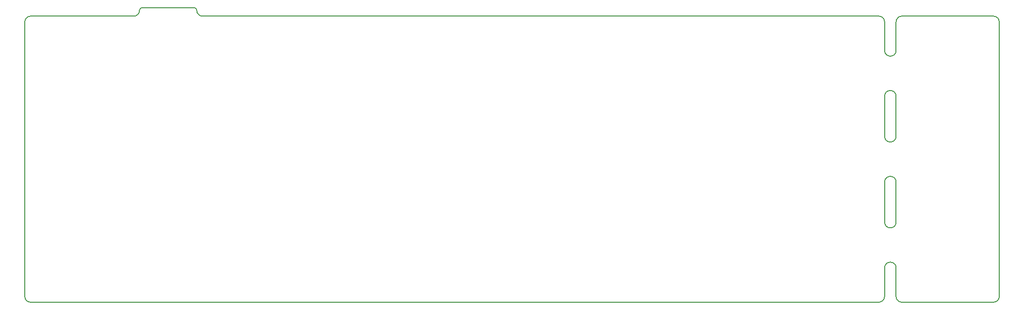
<source format=gm1>
G04 #@! TF.GenerationSoftware,KiCad,Pcbnew,(5.0.2)-1*
G04 #@! TF.CreationDate,2019-03-13T03:57:08-07:00*
G04 #@! TF.ProjectId,ssk-controller,73736b2d-636f-46e7-9472-6f6c6c65722e,rev?*
G04 #@! TF.SameCoordinates,Original*
G04 #@! TF.FileFunction,Profile,NP*
%FSLAX46Y46*%
G04 Gerber Fmt 4.6, Leading zero omitted, Abs format (unit mm)*
G04 Created by KiCad (PCBNEW (5.0.2)-1) date 3/13/2019 3:57:08 AM*
%MOMM*%
%LPD*%
G01*
G04 APERTURE LIST*
%ADD10C,0.150000*%
G04 APERTURE END LIST*
D10*
X240000000Y-94000000D02*
X240000000Y-99000000D01*
X240000000Y-86000000D02*
X240000000Y-79000000D01*
X242000000Y-79000000D02*
X242000000Y-86000000D01*
X240000000Y-71000000D02*
X240000000Y-64000000D01*
X242000000Y-64000000D02*
X242000000Y-71000000D01*
X242000000Y-56000000D02*
X242000000Y-51000000D01*
X242000000Y-56000000D02*
G75*
G02X240000000Y-56000000I-1000000J0D01*
G01*
X240000000Y-64000000D02*
G75*
G02X242000000Y-64000000I1000000J0D01*
G01*
X242000000Y-71000000D02*
G75*
G02X240000000Y-71000000I-1000000J0D01*
G01*
X240000000Y-79000000D02*
G75*
G02X242000000Y-79000000I1000000J0D01*
G01*
X242000000Y-86000000D02*
G75*
G02X240000000Y-86000000I-1000000J0D01*
G01*
X240000000Y-94000000D02*
G75*
G02X242000000Y-94000000I1000000J0D01*
G01*
X243000000Y-100000000D02*
G75*
G02X242000000Y-99000000I0J1000000D01*
G01*
X260000000Y-99000000D02*
G75*
G02X259000000Y-100000000I-1000000J0D01*
G01*
X260000000Y-99000000D02*
X260000000Y-51000000D01*
X243000000Y-100000000D02*
X259000000Y-100000000D01*
X242000000Y-94000000D02*
X242000000Y-99000000D01*
X259000000Y-50000000D02*
X243000000Y-50000000D01*
X259000000Y-50000000D02*
G75*
G02X260000000Y-51000000I0J-1000000D01*
G01*
X242000000Y-51000000D02*
G75*
G02X243000000Y-50000000I1000000J0D01*
G01*
X109000000Y-50000000D02*
X91000000Y-50000000D01*
X119500000Y-48500000D02*
X110500000Y-48500000D01*
X110000000Y-49000000D02*
G75*
G02X110500000Y-48500000I500000J0D01*
G01*
X110000000Y-49000000D02*
G75*
G02X109000000Y-50000000I-1000000J0D01*
G01*
X119500000Y-48500000D02*
G75*
G02X120000000Y-49000000I0J-500000D01*
G01*
X121000000Y-50000000D02*
G75*
G02X120000000Y-49000000I0J1000000D01*
G01*
X91000000Y-100000000D02*
X239000000Y-100000000D01*
X90000000Y-51000000D02*
X90000000Y-99000000D01*
X239000000Y-50000000D02*
X121000000Y-50000000D01*
X240000000Y-56000000D02*
X240000000Y-51000000D01*
X240000000Y-99000000D02*
G75*
G02X239000000Y-100000000I-1000000J0D01*
G01*
X239000000Y-50000000D02*
G75*
G02X240000000Y-51000000I0J-1000000D01*
G01*
X91000000Y-100000000D02*
G75*
G02X90000000Y-99000000I0J1000000D01*
G01*
X90000000Y-51000000D02*
G75*
G02X91000000Y-50000000I1000000J0D01*
G01*
M02*

</source>
